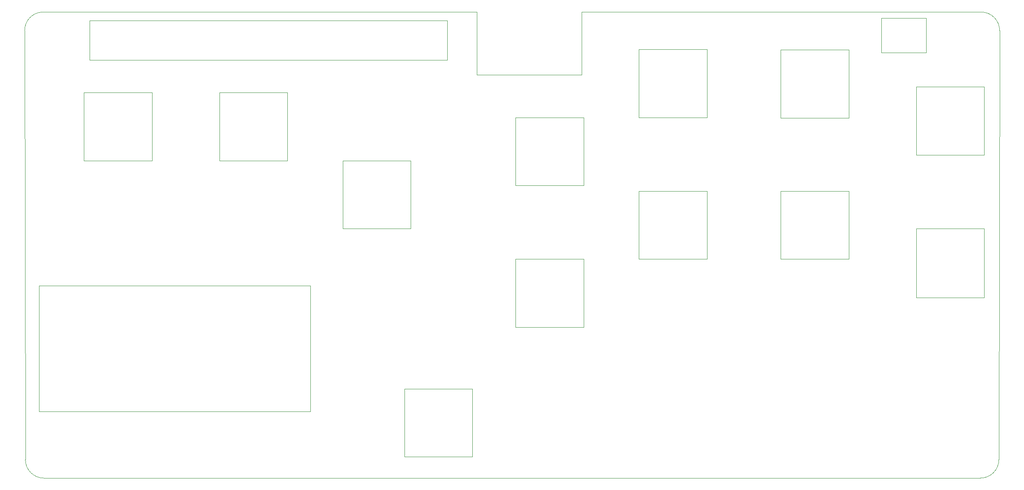
<source format=gbr>
%TF.GenerationSoftware,KiCad,Pcbnew,(6.0.4)*%
%TF.CreationDate,2022-06-27T13:40:26+01:00*%
%TF.ProjectId,MiniFighter Lite,4d696e69-4669-4676-9874-6572204c6974,rev?*%
%TF.SameCoordinates,Original*%
%TF.FileFunction,Profile,NP*%
%FSLAX46Y46*%
G04 Gerber Fmt 4.6, Leading zero omitted, Abs format (unit mm)*
G04 Created by KiCad (PCBNEW (6.0.4)) date 2022-06-27 13:40:26*
%MOMM*%
%LPD*%
G01*
G04 APERTURE LIST*
%TA.AperFunction,Profile*%
%ADD10C,0.100000*%
%TD*%
G04 APERTURE END LIST*
D10*
X125730000Y-170180000D02*
X125575923Y-81810000D01*
X326390000Y-81810000D02*
G75*
G03*
X322580000Y-78000000I-3810000J0D01*
G01*
X218694000Y-90932000D02*
X240284000Y-90932000D01*
X295300000Y-128900000D02*
X281300000Y-128900000D01*
X281300000Y-128900000D02*
X281300000Y-114900000D01*
X281300000Y-114900000D02*
X295300000Y-114900000D01*
X295300000Y-114900000D02*
X295300000Y-128900000D01*
X217800000Y-169600000D02*
X203800000Y-169600000D01*
X203800000Y-169600000D02*
X203800000Y-155600000D01*
X203800000Y-155600000D02*
X217800000Y-155600000D01*
X217800000Y-155600000D02*
X217800000Y-169600000D01*
X295300000Y-99800000D02*
X281300000Y-99800000D01*
X281300000Y-99800000D02*
X281300000Y-85800000D01*
X281300000Y-85800000D02*
X295300000Y-85800000D01*
X295300000Y-85800000D02*
X295300000Y-99800000D01*
X323200000Y-136800000D02*
X309200000Y-136800000D01*
X309200000Y-136800000D02*
X309200000Y-122600000D01*
X309200000Y-122600000D02*
X323200000Y-122600000D01*
X323200000Y-122600000D02*
X323200000Y-136800000D01*
X128524000Y-134366000D02*
X184404000Y-134366000D01*
X184404000Y-134366000D02*
X184404000Y-160274000D01*
X184404000Y-160274000D02*
X128524000Y-160274000D01*
X128524000Y-160274000D02*
X128524000Y-134366000D01*
X129540000Y-173990000D02*
X322425923Y-173990000D01*
X125730000Y-170180000D02*
G75*
G03*
X129540000Y-173990000I3810000J0D01*
G01*
X240700000Y-142900000D02*
X226700000Y-142900000D01*
X226700000Y-142900000D02*
X226700000Y-128900000D01*
X226700000Y-128900000D02*
X240700000Y-128900000D01*
X240700000Y-128900000D02*
X240700000Y-142900000D01*
X218694000Y-77978000D02*
X129385923Y-78000000D01*
X138938000Y-79756000D02*
X212598000Y-79756000D01*
X212598000Y-79756000D02*
X212598000Y-87884000D01*
X212598000Y-87884000D02*
X138938000Y-87884000D01*
X138938000Y-87884000D02*
X138938000Y-79756000D01*
X326235923Y-170180000D02*
X326390000Y-81810000D01*
X179700000Y-108600000D02*
X165700000Y-108600000D01*
X165700000Y-108600000D02*
X165700000Y-94600000D01*
X165700000Y-94600000D02*
X179700000Y-94600000D01*
X179700000Y-94600000D02*
X179700000Y-108600000D01*
X266100000Y-99700000D02*
X252100000Y-99700000D01*
X252100000Y-99700000D02*
X252100000Y-85700000D01*
X252100000Y-85700000D02*
X266100000Y-85700000D01*
X266100000Y-85700000D02*
X266100000Y-99700000D01*
X311246000Y-86395200D02*
X302044000Y-86395200D01*
X302044000Y-86395200D02*
X302044000Y-79244000D01*
X302044000Y-79244000D02*
X311246000Y-79244000D01*
X311246000Y-79244000D02*
X311246000Y-86395200D01*
X129385923Y-78000023D02*
G75*
G03*
X125575923Y-81810000I-23J-3809977D01*
G01*
X323200000Y-107400000D02*
X309200000Y-107400000D01*
X309200000Y-107400000D02*
X309200000Y-93400000D01*
X309200000Y-93400000D02*
X323200000Y-93400000D01*
X323200000Y-93400000D02*
X323200000Y-107400000D01*
X322425923Y-173990023D02*
G75*
G03*
X326235923Y-170180000I-23J3810023D01*
G01*
X151800000Y-108600000D02*
X137800000Y-108600000D01*
X137800000Y-108600000D02*
X137800000Y-94600000D01*
X137800000Y-94600000D02*
X151800000Y-94600000D01*
X151800000Y-94600000D02*
X151800000Y-108600000D01*
X240284000Y-90932000D02*
X240284000Y-77978000D01*
X205100000Y-122600000D02*
X191100000Y-122600000D01*
X191100000Y-122600000D02*
X191100000Y-108600000D01*
X191100000Y-108600000D02*
X205100000Y-108600000D01*
X205100000Y-108600000D02*
X205100000Y-122600000D01*
X266100000Y-128900000D02*
X252100000Y-128900000D01*
X252100000Y-128900000D02*
X252100000Y-114900000D01*
X252100000Y-114900000D02*
X266100000Y-114900000D01*
X266100000Y-114900000D02*
X266100000Y-128900000D01*
X218694000Y-77978000D02*
X218694000Y-90932000D01*
X240284000Y-77978000D02*
X322580000Y-78000000D01*
X240700000Y-113700000D02*
X226700000Y-113700000D01*
X226700000Y-113700000D02*
X226700000Y-99700000D01*
X226700000Y-99700000D02*
X240700000Y-99700000D01*
X240700000Y-99700000D02*
X240700000Y-113700000D01*
M02*

</source>
